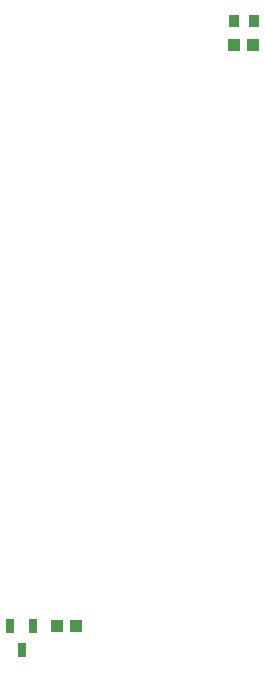
<source format=gtp>
G04 Layer: TopPasteMaskLayer*
G04 EasyEDA v6.5.15, 2022-10-06 20:33:44*
G04 8bfdc35b050240779410f6369308cf52,5a6b42c53f6a479593ecc07194224c93,10*
G04 Gerber Generator version 0.2*
G04 Scale: 100 percent, Rotated: No, Reflected: No *
G04 Dimensions in millimeters *
G04 leading zeros omitted , absolute positions ,4 integer and 5 decimal *
%FSLAX45Y45*%
%MOMM*%

%ADD10R,1.0000X1.1000*%
%ADD11R,0.7000X1.2500*%
%ADD12R,0.8999X1.0000*%

%LPD*%
D10*
G01*
X2810509Y457200D03*
G01*
X2650515Y457200D03*
D11*
G01*
X2444495Y455599D03*
G01*
X2254504Y455599D03*
G01*
X2349500Y255600D03*
D12*
G01*
X4144086Y5575300D03*
G01*
X4314088Y5575300D03*
D10*
G01*
X4149090Y5372100D03*
G01*
X4309084Y5372100D03*
M02*

</source>
